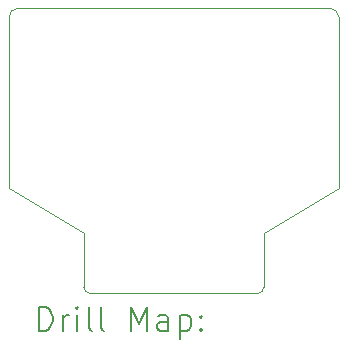
<source format=gbr>
%TF.GenerationSoftware,KiCad,Pcbnew,7.0.9-7.0.9~ubuntu20.04.1*%
%TF.CreationDate,2023-11-25T19:44:14+01:00*%
%TF.ProjectId,kicad-kria-jtag,6b696361-642d-46b7-9269-612d6a746167,1.0*%
%TF.SameCoordinates,Original*%
%TF.FileFunction,Drillmap*%
%TF.FilePolarity,Positive*%
%FSLAX45Y45*%
G04 Gerber Fmt 4.5, Leading zero omitted, Abs format (unit mm)*
G04 Created by KiCad (PCBNEW 7.0.9-7.0.9~ubuntu20.04.1) date 2023-11-25 19:44:14*
%MOMM*%
%LPD*%
G01*
G04 APERTURE LIST*
%ADD10C,0.100000*%
%ADD11C,0.200000*%
G04 APERTURE END LIST*
D10*
X12598400Y-8686800D02*
G75*
G03*
X12522200Y-8763000I0J-76200D01*
G01*
X15316200Y-8763000D02*
G75*
G03*
X15240000Y-8686800I-76200J0D01*
G01*
X14630400Y-11099800D02*
G75*
G03*
X14681200Y-11049000I0J50800D01*
G01*
X13157200Y-11049000D02*
G75*
G03*
X13208000Y-11099800I50800J0D01*
G01*
X13157200Y-10591800D02*
X13157200Y-11049000D01*
X12522200Y-10210800D02*
X13157200Y-10591800D01*
X12522200Y-8763000D02*
X12522200Y-10210800D01*
X15240000Y-8686800D02*
X12598400Y-8686800D01*
X15316200Y-10210800D02*
X15316200Y-8763000D01*
X14681200Y-10591800D02*
X15316200Y-10210800D01*
X14681200Y-11049000D02*
X14681200Y-10591800D01*
X13208000Y-11099800D02*
X14630400Y-11099800D01*
D11*
X12777977Y-11416284D02*
X12777977Y-11216284D01*
X12777977Y-11216284D02*
X12825596Y-11216284D01*
X12825596Y-11216284D02*
X12854167Y-11225808D01*
X12854167Y-11225808D02*
X12873215Y-11244855D01*
X12873215Y-11244855D02*
X12882739Y-11263903D01*
X12882739Y-11263903D02*
X12892262Y-11301998D01*
X12892262Y-11301998D02*
X12892262Y-11330569D01*
X12892262Y-11330569D02*
X12882739Y-11368665D01*
X12882739Y-11368665D02*
X12873215Y-11387712D01*
X12873215Y-11387712D02*
X12854167Y-11406760D01*
X12854167Y-11406760D02*
X12825596Y-11416284D01*
X12825596Y-11416284D02*
X12777977Y-11416284D01*
X12977977Y-11416284D02*
X12977977Y-11282950D01*
X12977977Y-11321046D02*
X12987501Y-11301998D01*
X12987501Y-11301998D02*
X12997024Y-11292474D01*
X12997024Y-11292474D02*
X13016072Y-11282950D01*
X13016072Y-11282950D02*
X13035120Y-11282950D01*
X13101786Y-11416284D02*
X13101786Y-11282950D01*
X13101786Y-11216284D02*
X13092262Y-11225808D01*
X13092262Y-11225808D02*
X13101786Y-11235331D01*
X13101786Y-11235331D02*
X13111310Y-11225808D01*
X13111310Y-11225808D02*
X13101786Y-11216284D01*
X13101786Y-11216284D02*
X13101786Y-11235331D01*
X13225596Y-11416284D02*
X13206548Y-11406760D01*
X13206548Y-11406760D02*
X13197024Y-11387712D01*
X13197024Y-11387712D02*
X13197024Y-11216284D01*
X13330358Y-11416284D02*
X13311310Y-11406760D01*
X13311310Y-11406760D02*
X13301786Y-11387712D01*
X13301786Y-11387712D02*
X13301786Y-11216284D01*
X13558929Y-11416284D02*
X13558929Y-11216284D01*
X13558929Y-11216284D02*
X13625596Y-11359141D01*
X13625596Y-11359141D02*
X13692262Y-11216284D01*
X13692262Y-11216284D02*
X13692262Y-11416284D01*
X13873215Y-11416284D02*
X13873215Y-11311522D01*
X13873215Y-11311522D02*
X13863691Y-11292474D01*
X13863691Y-11292474D02*
X13844643Y-11282950D01*
X13844643Y-11282950D02*
X13806548Y-11282950D01*
X13806548Y-11282950D02*
X13787501Y-11292474D01*
X13873215Y-11406760D02*
X13854167Y-11416284D01*
X13854167Y-11416284D02*
X13806548Y-11416284D01*
X13806548Y-11416284D02*
X13787501Y-11406760D01*
X13787501Y-11406760D02*
X13777977Y-11387712D01*
X13777977Y-11387712D02*
X13777977Y-11368665D01*
X13777977Y-11368665D02*
X13787501Y-11349617D01*
X13787501Y-11349617D02*
X13806548Y-11340093D01*
X13806548Y-11340093D02*
X13854167Y-11340093D01*
X13854167Y-11340093D02*
X13873215Y-11330569D01*
X13968453Y-11282950D02*
X13968453Y-11482950D01*
X13968453Y-11292474D02*
X13987501Y-11282950D01*
X13987501Y-11282950D02*
X14025596Y-11282950D01*
X14025596Y-11282950D02*
X14044643Y-11292474D01*
X14044643Y-11292474D02*
X14054167Y-11301998D01*
X14054167Y-11301998D02*
X14063691Y-11321046D01*
X14063691Y-11321046D02*
X14063691Y-11378188D01*
X14063691Y-11378188D02*
X14054167Y-11397236D01*
X14054167Y-11397236D02*
X14044643Y-11406760D01*
X14044643Y-11406760D02*
X14025596Y-11416284D01*
X14025596Y-11416284D02*
X13987501Y-11416284D01*
X13987501Y-11416284D02*
X13968453Y-11406760D01*
X14149405Y-11397236D02*
X14158929Y-11406760D01*
X14158929Y-11406760D02*
X14149405Y-11416284D01*
X14149405Y-11416284D02*
X14139882Y-11406760D01*
X14139882Y-11406760D02*
X14149405Y-11397236D01*
X14149405Y-11397236D02*
X14149405Y-11416284D01*
X14149405Y-11292474D02*
X14158929Y-11301998D01*
X14158929Y-11301998D02*
X14149405Y-11311522D01*
X14149405Y-11311522D02*
X14139882Y-11301998D01*
X14139882Y-11301998D02*
X14149405Y-11292474D01*
X14149405Y-11292474D02*
X14149405Y-11311522D01*
M02*

</source>
